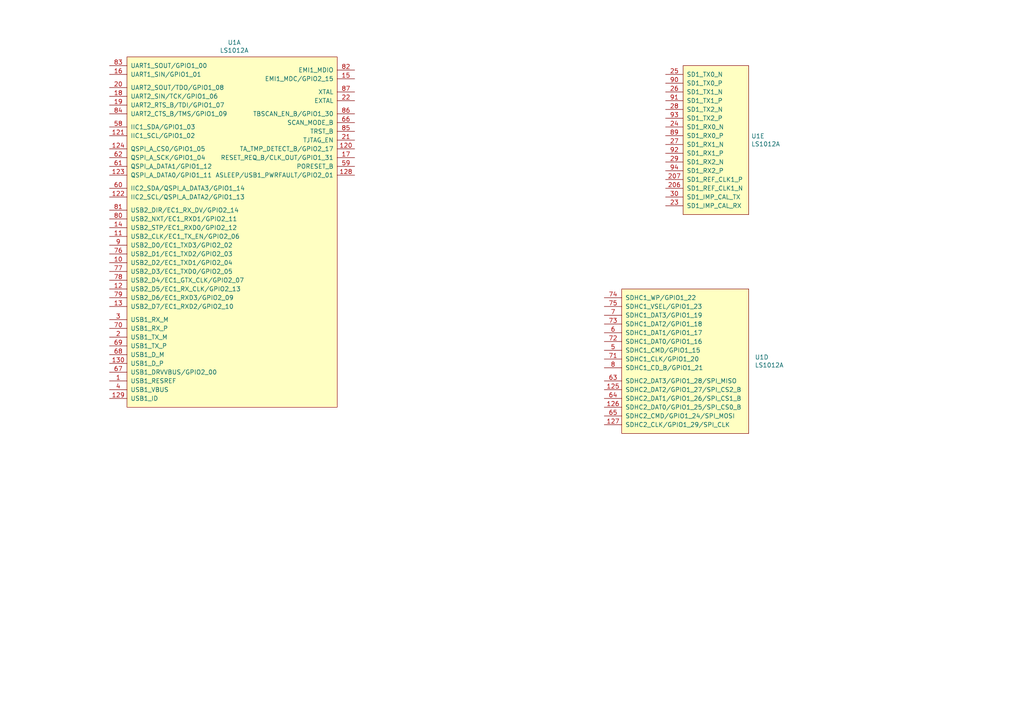
<source format=kicad_sch>
(kicad_sch (version 20210621) (generator eeschema)
  (paper "A4")
  (lib_symbols
    (symbol "nxp:LS1012A" (pin_names (offset 1.016))
      (property "Reference" "U" (at 0 24.13 0))
      (property "Value" "LS1012A" (at 0 24.13 0))
      (symbol "LS1012A_1_1"
        (rectangle (start -34.29 34.29) (end 26.67 -67.31) (fill (type background)))
        (pin passive line (at -39.37 -59.69 0) (length 5.08) (name "USB1_RESREF") (number "1"))
        (pin passive line (at -39.37 -25.4 0) (length 5.08) (name "USB2_D2/EC1_TXD1/GPIO2_04") (number "10"))
        (pin passive line (at -39.37 -17.78 0) (length 5.08) (name "USB2_CLK/EC1_TX_EN/GPIO2_06") (number "11"))
        (pin passive line (at -39.37 -33.02 0) (length 5.08) (name "USB2_D5/EC1_RX_CLK/GPIO2_13") (number "12"))
        (pin passive line (at 31.75 7.62 180) (length 5.08) (name "TA_TMP_DETECT_B/GPIO2_17") (number "120"))
        (pin passive line (at -39.37 11.43 0) (length 5.08) (name "IIC1_SCL/GPIO1_02") (number "121"))
        (pin passive line (at -39.37 -6.35 0) (length 5.08) (name "IIC2_SCL/QSPI_A_DATA2/GPIO1_13") (number "122"))
        (pin passive line (at -39.37 0 0) (length 5.08) (name "QSPI_A_DATA0/GPIO1_11") (number "123"))
        (pin passive line (at -39.37 7.62 0) (length 5.08) (name "QSPI_A_CS0/GPIO1_05") (number "124"))
        (pin passive line (at 31.75 0 180) (length 5.08) (name "ASLEEP/USB1_PWRFAULT/GPIO2_01") (number "128"))
        (pin passive line (at -39.37 -64.77 0) (length 5.08) (name "USB1_ID") (number "129"))
        (pin passive line (at -39.37 -38.1 0) (length 5.08) (name "USB2_D7/EC1_RXD2/GPIO2_10") (number "13"))
        (pin passive line (at -39.37 -54.61 0) (length 5.08) (name "USB1_D_P") (number "130"))
        (pin passive line (at -39.37 -15.24 0) (length 5.08) (name "USB2_STP/EC1_RXD0/GPIO2_12") (number "14"))
        (pin passive line (at 31.75 27.94 180) (length 5.08) (name "EMI1_MDC/GPIO2_15") (number "15"))
        (pin passive line (at -39.37 29.21 0) (length 5.08) (name "UART1_SIN/GPIO1_01") (number "16"))
        (pin passive line (at 31.75 5.08 180) (length 5.08) (name "RESET_REQ_B/CLK_OUT/GPIO1_31") (number "17"))
        (pin passive line (at -39.37 22.86 0) (length 5.08) (name "UART2_SIN/TCK/GPIO1_06") (number "18"))
        (pin passive line (at -39.37 20.32 0) (length 5.08) (name "UART2_RTS_B/TDI/GPIO1_07") (number "19"))
        (pin passive line (at -39.37 -46.99 0) (length 5.08) (name "USB1_TX_M") (number "2"))
        (pin passive line (at -39.37 25.4 0) (length 5.08) (name "UART2_SOUT/TDO/GPIO1_08") (number "20"))
        (pin passive line (at 31.75 10.16 180) (length 5.08) (name "TJTAG_EN") (number "21"))
        (pin passive line (at 31.75 21.59 180) (length 5.08) (name "EXTAL") (number "22"))
        (pin passive line (at -39.37 -41.91 0) (length 5.08) (name "USB1_RX_M") (number "3"))
        (pin passive line (at -39.37 -62.23 0) (length 5.08) (name "USB1_VBUS") (number "4"))
        (pin passive line (at -39.37 13.97 0) (length 5.08) (name "IIC1_SDA/GPIO1_03") (number "58"))
        (pin passive line (at 31.75 2.54 180) (length 5.08) (name "PORESET_B") (number "59"))
        (pin passive line (at -39.37 -3.81 0) (length 5.08) (name "IIC2_SDA/QSPI_A_DATA3/GPIO1_14") (number "60"))
        (pin passive line (at -39.37 2.54 0) (length 5.08) (name "QSPI_A_DATA1/GPIO1_12") (number "61"))
        (pin passive line (at -39.37 5.08 0) (length 5.08) (name "QSPI_A_SCK/GPIO1_04") (number "62"))
        (pin passive line (at 31.75 15.24 180) (length 5.08) (name "SCAN_MODE_B") (number "66"))
        (pin passive line (at -39.37 -57.15 0) (length 5.08) (name "USB1_DRVVBUS/GPIO2_00") (number "67"))
        (pin passive line (at -39.37 -52.07 0) (length 5.08) (name "USB1_D_M") (number "68"))
        (pin passive line (at -39.37 -49.53 0) (length 5.08) (name "USB1_TX_P") (number "69"))
        (pin passive line (at -39.37 -44.45 0) (length 5.08) (name "USB1_RX_P") (number "70"))
        (pin passive line (at -39.37 -22.86 0) (length 5.08) (name "USB2_D1/EC1_TXD2/GPIO2_03") (number "76"))
        (pin passive line (at -39.37 -27.94 0) (length 5.08) (name "USB2_D3/EC1_TXD0/GPIO2_05") (number "77"))
        (pin passive line (at -39.37 -30.48 0) (length 5.08) (name "USB2_D4/EC1_GTX_CLK/GPIO2_07") (number "78"))
        (pin passive line (at -39.37 -35.56 0) (length 5.08) (name "USB2_D6/EC1_RXD3/GPIO2_09") (number "79"))
        (pin passive line (at -39.37 -12.7 0) (length 5.08) (name "USB2_NXT/EC1_RXD1/GPIO2_11") (number "80"))
        (pin passive line (at -39.37 -10.16 0) (length 5.08) (name "USB2_DIR/EC1_RX_DV/GPIO2_14") (number "81"))
        (pin passive line (at 31.75 30.48 180) (length 5.08) (name "EMI1_MDIO") (number "82"))
        (pin passive line (at -39.37 31.75 0) (length 5.08) (name "UART1_SOUT/GPIO1_00") (number "83"))
        (pin passive line (at -39.37 17.78 0) (length 5.08) (name "UART2_CTS_B/TMS/GPIO1_09") (number "84"))
        (pin passive line (at 31.75 12.7 180) (length 5.08) (name "TRST_B") (number "85"))
        (pin passive line (at 31.75 17.78 180) (length 5.08) (name "TBSCAN_EN_B/GPIO1_30") (number "86"))
        (pin passive line (at 31.75 24.13 180) (length 5.08) (name "XTAL") (number "87"))
        (pin passive line (at -39.37 -20.32 0) (length 5.08) (name "USB2_D0/EC1_TXD3/GPIO2_02") (number "9"))
      )
      (symbol "LS1012A_2_1"
        (rectangle (start -12.7 34.29) (end 12.7 -38.1) (fill (type background)))
        (pin passive line (at -17.78 8.89 0) (length 5.08) (name "D1_MA09") (number "100"))
        (pin passive line (at 17.78 -26.67 180) (length 5.08) (name "D1_MBA0") (number "101"))
        (pin passive line (at -17.78 26.67 0) (length 5.08) (name "D1_MA02") (number "102"))
        (pin passive line (at -17.78 31.75 0) (length 5.08) (name "D1_MA00") (number "103"))
        (pin passive line (at 17.78 -21.59 180) (length 5.08) (name "D1_MBA2") (number "104"))
        (pin passive line (at -17.78 -10.16 0) (length 5.08) (name "D1_MWE_B") (number "105"))
        (pin passive line (at -17.78 6.35 0) (length 5.08) (name "D1_MA10") (number "106"))
        (pin passive line (at -17.78 -25.4 0) (length 5.08) (name "D1_MCK_B") (number "107"))
        (pin passive line (at -17.78 -12.7 0) (length 5.08) (name "D1_MRAS_B") (number "108"))
        (pin passive line (at 17.78 21.59 180) (length 5.08) (name "D1_MDQ04") (number "109"))
        (pin passive line (at 17.78 16.51 180) (length 5.08) (name "D1_MDQ06") (number "110"))
        (pin passive line (at 17.78 -12.7 180) (length 5.08) (name "D1_MDQS0") (number "111"))
        (pin passive line (at 17.78 -35.56 180) (length 5.08) (name "D1_MDM0") (number "112"))
        (pin passive line (at 17.78 13.97 180) (length 5.08) (name "D1_MDQ07") (number "113"))
        (pin passive line (at 17.78 24.13 180) (length 5.08) (name "D1_MDQ03") (number "114"))
        (pin passive line (at 17.78 -6.35 180) (length 5.08) (name "D1_MDQ15") (number "115"))
        (pin passive line (at 17.78 8.89 180) (length 5.08) (name "D1_MDQ09") (number "116"))
        (pin passive line (at 17.78 -17.78 180) (length 5.08) (name "D1_MDQS1") (number "117"))
        (pin passive line (at 17.78 11.43 180) (length 5.08) (name "D1_MDQ08") (number "118"))
        (pin passive line (at 17.78 -3.81 180) (length 5.08) (name "D1_MDQ14") (number "119"))
        (pin passive line (at -17.78 -3.81 0) (length 5.08) (name "D1_MA14") (number "31"))
        (pin passive line (at -17.78 13.97 0) (length 5.08) (name "D1_MA07") (number "32"))
        (pin passive line (at -17.78 -1.27 0) (length 5.08) (name "D1_MA13") (number "33"))
        (pin passive line (at -17.78 16.51 0) (length 5.08) (name "D1_MA06") (number "34"))
        (pin passive line (at -17.78 -20.32 0) (length 5.08) (name "D1_MDIC") (number "35"))
        (pin passive line (at 17.78 -24.13 180) (length 5.08) (name "D1_MBA1") (number "36"))
        (pin passive line (at -17.78 29.21 0) (length 5.08) (name "D1_MA01") (number "37"))
        (pin passive line (at -17.78 19.05 0) (length 5.08) (name "D1_MA05") (number "38"))
        (pin passive line (at -17.78 -6.35 0) (length 5.08) (name "D1_MA15") (number "39"))
        (pin passive line (at -17.78 1.27 0) (length 5.08) (name "D1_MA12") (number "40"))
        (pin passive line (at -17.78 -22.86 0) (length 5.08) (name "D1_MCS_B") (number "41"))
        (pin passive line (at -17.78 -27.94 0) (length 5.08) (name "D1_MCKE") (number "42"))
        (pin passive line (at -17.78 -15.24 0) (length 5.08) (name "D1_MCAS_B") (number "43"))
        (pin passive line (at -17.78 -17.78 0) (length 5.08) (name "D1_MCK") (number "44"))
        (pin passive line (at -17.78 -35.56 0) (length 5.08) (name "D1_MODT") (number "45"))
        (pin passive line (at 17.78 19.05 180) (length 5.08) (name "D1_MDQ05") (number "46"))
        (pin passive line (at 17.78 31.75 180) (length 5.08) (name "D1_MDQ00") (number "47"))
        (pin passive line (at 17.78 -10.16 180) (length 5.08) (name "D1_MDQS0_B") (number "48"))
        (pin passive line (at 17.78 26.67 180) (length 5.08) (name "D1_MDQ02") (number "49"))
        (pin passive line (at 17.78 29.21 180) (length 5.08) (name "D1_MDQ01") (number "50"))
        (pin passive line (at 17.78 -1.27 180) (length 5.08) (name "D1_MDQ13") (number "51"))
        (pin passive line (at -17.78 -33.02 0) (length 5.08) (name "D1_MVREF") (number "52"))
        (pin passive line (at 17.78 3.81 180) (length 5.08) (name "D1_MDQ11") (number "53"))
        (pin passive line (at 17.78 -33.02 180) (length 5.08) (name "D1_MDM1") (number "54"))
        (pin passive line (at 17.78 -15.24 180) (length 5.08) (name "D1_MDQS1_B") (number "55"))
        (pin passive line (at 17.78 1.27 180) (length 5.08) (name "D1_MDQ12") (number "56"))
        (pin passive line (at 17.78 6.35 180) (length 5.08) (name "D1_MDQ10") (number "57"))
        (pin passive line (at -17.78 11.43 0) (length 5.08) (name "D1_MA08") (number "96"))
        (pin passive line (at -17.78 24.13 0) (length 5.08) (name "D1_MA03") (number "97"))
        (pin passive line (at -17.78 21.59 0) (length 5.08) (name "D1_MA04") (number "98"))
        (pin passive line (at -17.78 3.81 0) (length 5.08) (name "D1_MA11") (number "99"))
      )
      (symbol "LS1012A_3_1"
        (rectangle (start -11.43 39.37) (end 13.97 -76.2) (fill (type background)))
        (pin passive line (at -16.51 -7.62 0) (length 5.08) (name "GND") (number "131"))
        (pin passive line (at 19.05 -73.66 180) (length 5.08) (name "PROG_MTR") (number "132"))
        (pin passive line (at -16.51 -5.08 0) (length 5.08) (name "GND") (number "133"))
        (pin passive line (at 19.05 -71.12 180) (length 5.08) (name "TA_PROG_SFP") (number "134"))
        (pin passive line (at -16.51 -2.54 0) (length 5.08) (name "GND") (number "135"))
        (pin passive line (at -16.51 34.29 0) (length 5.08) (name "TD1_ANODE") (number "136"))
        (pin passive line (at -16.51 36.83 0) (length 5.08) (name "TD1_CATHODE") (number "137"))
        (pin passive line (at -16.51 0 0) (length 5.08) (name "GND") (number "138"))
        (pin passive line (at -16.51 2.54 0) (length 5.08) (name "GND") (number "139"))
        (pin passive line (at -16.51 -33.02 0) (length 5.08) (name "GND") (number "140"))
        (pin passive line (at 19.05 -48.26 180) (length 5.08) (name "USB_SVDD") (number "141"))
        (pin passive line (at 19.05 -50.8 180) (length 5.08) (name "USB_SDVDD") (number "142"))
        (pin passive line (at 19.05 -53.34 180) (length 5.08) (name "USB_HVDD") (number "143"))
        (pin passive line (at 19.05 -44.45 180) (length 5.08) (name "O1VDD") (number "144"))
        (pin passive line (at 19.05 -41.91 180) (length 5.08) (name "O1VDD") (number "145"))
        (pin passive line (at -16.51 -60.96 0) (length 5.08) (name "GND") (number "146"))
        (pin passive line (at 19.05 -20.32 180) (length 5.08) (name "G1VDD") (number "147"))
        (pin passive line (at -16.51 -58.42 0) (length 5.08) (name "GND") (number "148"))
        (pin passive line (at 19.05 33.02 180) (length 5.08) (name "TH_VDD") (number "149"))
        (pin passive line (at -16.51 -55.88 0) (length 5.08) (name "GND") (number "150"))
        (pin passive line (at 19.05 13.97 180) (length 5.08) (name "VDD") (number "151"))
        (pin passive line (at -16.51 -53.34 0) (length 5.08) (name "GND") (number "152"))
        (pin passive line (at -16.51 -48.26 0) (length 5.08) (name "GND") (number "153"))
        (pin passive line (at 19.05 16.51 180) (length 5.08) (name "VDD") (number "153"))
        (pin passive line (at -16.51 -50.8 0) (length 5.08) (name "GND") (number "154"))
        (pin passive line (at 19.05 -17.78 180) (length 5.08) (name "G1VDD") (number "155"))
        (pin passive line (at -16.51 30.48 0) (length 5.08) (name "GND") (number "156"))
        (pin passive line (at -16.51 -45.72 0) (length 5.08) (name "GND") (number "157"))
        (pin passive line (at -16.51 -43.18 0) (length 5.08) (name "GND") (number "158"))
        (pin passive line (at 19.05 -24.13 180) (length 5.08) (name "EVDD") (number "159"))
        (pin passive line (at -16.51 -40.64 0) (length 5.08) (name "GND") (number "160"))
        (pin passive line (at 19.05 19.05 180) (length 5.08) (name "VDD") (number "161"))
        (pin passive line (at -16.51 -38.1 0) (length 5.08) (name "GND") (number "162"))
        (pin passive line (at 19.05 21.59 180) (length 5.08) (name "VDD") (number "163"))
        (pin passive line (at -16.51 -30.48 0) (length 5.08) (name "GND") (number "164"))
        (pin passive line (at 19.05 -15.24 180) (length 5.08) (name "G1VDD") (number "165"))
        (pin passive line (at -16.51 7.62 0) (length 5.08) (name "GND") (number "166"))
        (pin passive line (at -16.51 10.16 0) (length 5.08) (name "GND") (number "167"))
        (pin passive line (at 19.05 -36.83 180) (length 5.08) (name "O2VDD") (number "168"))
        (pin passive line (at 19.05 24.13 180) (length 5.08) (name "VDD") (number "169"))
        (pin passive line (at -16.51 12.7 0) (length 5.08) (name "GND") (number "170"))
        (pin passive line (at 19.05 26.67 180) (length 5.08) (name "VDD") (number "171"))
        (pin passive line (at -16.51 15.24 0) (length 5.08) (name "GND") (number "172"))
        (pin passive line (at 19.05 -12.7 180) (length 5.08) (name "G1VDD") (number "173"))
        (pin passive line (at 19.05 -39.37 180) (length 5.08) (name "O1VDD") (number "174"))
        (pin passive line (at -16.51 17.78 0) (length 5.08) (name "GND") (number "175"))
        (pin passive line (at -16.51 20.32 0) (length 5.08) (name "GND") (number "176"))
        (pin passive line (at 19.05 -34.29 180) (length 5.08) (name "O2VDD") (number "177"))
        (pin passive line (at -16.51 22.86 0) (length 5.08) (name "GND") (number "178"))
        (pin passive line (at 19.05 6.35 180) (length 5.08) (name "VDD") (number "179"))
        (pin passive line (at -16.51 25.4 0) (length 5.08) (name "GND") (number "180"))
        (pin passive line (at 19.05 8.89 180) (length 5.08) (name "VDD") (number "181"))
        (pin passive line (at -16.51 27.94 0) (length 5.08) (name "GND") (number "182"))
        (pin passive line (at 19.05 -10.16 180) (length 5.08) (name "G1VDD") (number "183"))
        (pin passive line (at -16.51 5.08 0) (length 5.08) (name "GND") (number "184"))
        (pin passive line (at -16.51 -35.56 0) (length 5.08) (name "GND") (number "185"))
        (pin passive line (at 19.05 -63.5 180) (length 5.08) (name "AVDD_PLAT") (number "186"))
        (pin passive line (at 19.05 11.43 180) (length 5.08) (name "VDD") (number "187"))
        (pin passive line (at -16.51 -27.94 0) (length 5.08) (name "GND") (number "188"))
        (pin passive line (at 19.05 29.21 180) (length 5.08) (name "VDD") (number "189"))
        (pin passive line (at -16.51 -25.4 0) (length 5.08) (name "GND") (number "190"))
        (pin passive line (at 19.05 3.81 180) (length 5.08) (name "VDD") (number "191"))
        (pin passive line (at -16.51 -22.86 0) (length 5.08) (name "GND") (number "192"))
        (pin passive line (at -16.51 -20.32 0) (length 5.08) (name "GND") (number "193"))
        (pin passive line (at 19.05 -66.04 180) (length 5.08) (name "AVDD_CGA1") (number "194"))
        (pin passive line (at 19.05 -30.48 180) (length 5.08) (name "XOSC_OVDD") (number "195"))
        (pin passive line (at -16.51 -73.66 0) (length 5.08) (name "XOSC_GND") (number "196"))
        (pin passive line (at -16.51 -69.85 0) (length 5.08) (name "SD_GND") (number "197"))
        (pin passive line (at 19.05 -7.62 180) (length 5.08) (name "S1VDD") (number "198"))
        (pin passive line (at 19.05 -2.54 180) (length 5.08) (name "X1VDD") (number "199"))
        (pin passive line (at 19.05 -5.08 180) (length 5.08) (name "S1VDD") (number "200"))
        (pin passive line (at -16.51 -67.31 0) (length 5.08) (name "SD_GND") (number "201"))
        (pin passive line (at -16.51 -17.78 0) (length 5.08) (name "GND") (number "202"))
        (pin passive line (at -16.51 -15.24 0) (length 5.08) (name "GND") (number "203"))
        (pin passive line (at 19.05 -60.96 180) (length 5.08) (name "AVDD_REF") (number "204"))
        (pin passive line (at 19.05 -27.94 180) (length 5.08) (name "XOSC_VDD") (number "205"))
        (pin passive line (at -16.51 -64.77 0) (length 5.08) (name "SD_GND") (number "208"))
        (pin passive line (at 19.05 0 180) (length 5.08) (name "X1VDD") (number "209"))
        (pin passive line (at -16.51 -12.7 0) (length 5.08) (name "GND") (number "210"))
        (pin passive line (at -16.51 -10.16 0) (length 5.08) (name "GND") (number "211"))
        (pin passive line (at 19.05 -58.42 180) (length 5.08) (name "AVDD_SD1_PLL1") (number "88"))
        (pin passive line (at 19.05 -55.88 180) (length 5.08) (name "AVDD_SD1_PLL2") (number "95"))
      )
      (symbol "LS1012A_4_1"
        (rectangle (start -10.16 20.32) (end 26.67 -21.59) (fill (type background)))
        (pin passive line (at -15.24 -8.89 0) (length 5.08) (name "SDHC2_DAT2/GPIO1_27/SPI_CS2_B") (number "125"))
        (pin passive line (at -15.24 -13.97 0) (length 5.08) (name "SDHC2_DAT0/GPIO1_25/SPI_CS0_B") (number "126"))
        (pin passive line (at -15.24 -19.05 0) (length 5.08) (name "SDHC2_CLK/GPIO1_29/SPI_CLK") (number "127"))
        (pin passive line (at -15.24 2.54 0) (length 5.08) (name "SDHC1_CMD/GPIO1_15") (number "5"))
        (pin passive line (at -15.24 7.62 0) (length 5.08) (name "SDHC1_DAT1/GPIO1_17") (number "6"))
        (pin passive line (at -15.24 -6.35 0) (length 5.08) (name "SDHC2_DAT3/GPIO1_28/SPI_MISO") (number "63"))
        (pin passive line (at -15.24 -11.43 0) (length 5.08) (name "SDHC2_DAT1/GPIO1_26/SPI_CS1_B") (number "64"))
        (pin passive line (at -15.24 -16.51 0) (length 5.08) (name "SDHC2_CMD/GPIO1_24/SPI_MOSI") (number "65"))
        (pin passive line (at -15.24 12.7 0) (length 5.08) (name "SDHC1_DAT3/GPIO1_19") (number "7"))
        (pin passive line (at -15.24 0 0) (length 5.08) (name "SDHC1_CLK/GPIO1_20") (number "71"))
        (pin passive line (at -15.24 5.08 0) (length 5.08) (name "SDHC1_DAT0/GPIO1_16") (number "72"))
        (pin passive line (at -15.24 10.16 0) (length 5.08) (name "SDHC1_DAT2/GPIO1_18") (number "73"))
        (pin passive line (at -15.24 17.78 0) (length 5.08) (name "SDHC1_WP/GPIO1_22") (number "74"))
        (pin passive line (at -15.24 15.24 0) (length 5.08) (name "SDHC1_VSEL/GPIO1_23") (number "75"))
        (pin passive line (at -15.24 -2.54 0) (length 5.08) (name "SDHC1_CD_B/GPIO1_21") (number "8"))
      )
      (symbol "LS1012A_5_1"
        (rectangle (start -3.81 19.05) (end 15.24 -24.13) (fill (type background)))
        (pin passive line (at -8.89 -16.51 0) (length 5.08) (name "SD1_REF_CLK1_N") (number "206"))
        (pin passive line (at -8.89 -13.97 0) (length 5.08) (name "SD1_REF_CLK1_P") (number "207"))
        (pin passive line (at -8.89 -21.59 0) (length 5.08) (name "SD1_IMP_CAL_RX") (number "23"))
        (pin passive line (at -8.89 1.27 0) (length 5.08) (name "SD1_RX0_N") (number "24"))
        (pin passive line (at -8.89 16.51 0) (length 5.08) (name "SD1_TX0_N") (number "25"))
        (pin passive line (at -8.89 11.43 0) (length 5.08) (name "SD1_TX1_N") (number "26"))
        (pin passive line (at -8.89 -3.81 0) (length 5.08) (name "SD1_RX1_N") (number "27"))
        (pin passive line (at -8.89 6.35 0) (length 5.08) (name "SD1_TX2_N") (number "28"))
        (pin passive line (at -8.89 -8.89 0) (length 5.08) (name "SD1_RX2_N") (number "29"))
        (pin passive line (at -8.89 -19.05 0) (length 5.08) (name "SD1_IMP_CAL_TX") (number "30"))
        (pin passive line (at -8.89 -1.27 0) (length 5.08) (name "SD1_RX0_P") (number "89"))
        (pin passive line (at -8.89 13.97 0) (length 5.08) (name "SD1_TX0_P") (number "90"))
        (pin passive line (at -8.89 8.89 0) (length 5.08) (name "SD1_TX1_P") (number "91"))
        (pin passive line (at -8.89 -6.35 0) (length 5.08) (name "SD1_RX1_P") (number "92"))
        (pin passive line (at -8.89 3.81 0) (length 5.08) (name "SD1_TX2_P") (number "93"))
        (pin passive line (at -8.89 -11.43 0) (length 5.08) (name "SD1_RX2_P") (number "94"))
      )
    )
  )
  (symbol (lib_id "nxp:LS1012A") (at 201.93 38.1 0) (unit 5)
    (property "Reference" "U1" (at 217.8812 39.4716 0) (effects (justify left)))
    (property "Value" "LS1012A" (at 217.8812 41.783 0) (effects (justify left)))
    (property "Footprint" "nxp:NXP_LS1012ASE7EKA" (effects hide))
  )
  (symbol (lib_id "nxp:LS1012A") (at 190.5 104.14 0) (unit 4)
    (property "Reference" "U1" (at 218.9226 103.6066 0) (effects (justify left)))
    (property "Value" "LS1012A" (at 218.9226 105.918 0) (effects (justify left)))
    (property "Footprint" "nxp:NXP_LS1012ASE7EKA" (effects hide))
  )
  (symbol (lib_id "nxp:LS1012A") (at 71.12 50.8 0) (unit 1)
    (property "Reference" "U1" (at 67.945 12.319 0))
    (property "Value" "LS1012A" (at 67.945 14.6304 0))
    (property "Footprint" "nxp:NXP_LS1012ASE7EKA" (effects hide))
  )
)
</source>
